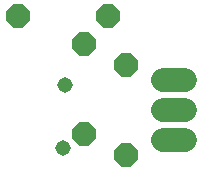
<source format=gbr>
G04 EAGLE Gerber RS-274X export*
G75*
%MOMM*%
%FSLAX34Y34*%
%LPD*%
%INSoldermask Bottom*%
%IPPOS*%
%AMOC8*
5,1,8,0,0,1.08239X$1,22.5*%
G01*
%ADD10P,2.199416X8X112.500000*%
%ADD11P,2.199416X8X202.500000*%
%ADD12C,2.032000*%
%ADD13C,1.315200*%


D10*
X137800Y28300D03*
X137800Y104500D03*
D11*
X158000Y127600D03*
X81800Y127600D03*
D10*
X173400Y10400D03*
X173400Y86600D03*
D12*
X204856Y48700D02*
X223144Y48700D01*
X223144Y23300D02*
X204856Y23300D01*
X204856Y74100D02*
X223144Y74100D01*
D13*
X120000Y16000D03*
X122000Y70000D03*
M02*

</source>
